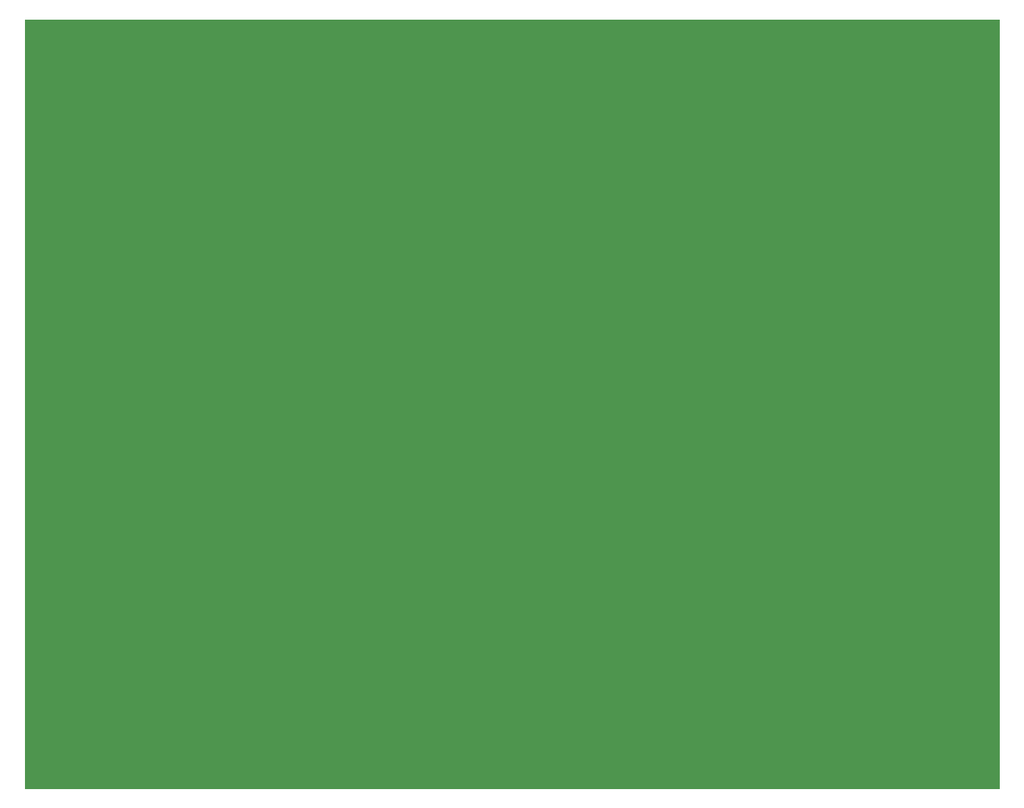
<source format=gbr>
%TF.GenerationSoftware,KiCad,Pcbnew,5.1.9-73d0e3b20d~88~ubuntu20.04.1*%
%TF.CreationDate,2021-04-15T11:19:29-07:00*%
%TF.ProjectId,frame_50x75,6672616d-655f-4353-9078-37352e6b6963,2*%
%TF.SameCoordinates,Original*%
%TF.FileFunction,Soldermask,Bot*%
%TF.FilePolarity,Negative*%
%FSLAX46Y46*%
G04 Gerber Fmt 4.6, Leading zero omitted, Abs format (unit mm)*
G04 Created by KiCad (PCBNEW 5.1.9-73d0e3b20d~88~ubuntu20.04.1) date 2021-04-15 11:19:29*
%MOMM*%
%LPD*%
G01*
G04 APERTURE LIST*
%ADD10C,0.100000*%
%ADD11C,2.500000*%
G04 APERTURE END LIST*
D10*
G36*
X238000000Y-136000000D02*
G01*
X129000000Y-136000000D01*
X129000000Y-50000000D01*
X238000000Y-50000000D01*
X238000000Y-136000000D01*
G37*
X238000000Y-136000000D02*
X129000000Y-136000000D01*
X129000000Y-50000000D01*
X238000000Y-50000000D01*
X238000000Y-136000000D01*
D11*
%TO.C,REF\u002A\u002A*%
X231900000Y-119650000D03*
%TD*%
%TO.C,REF\u002A\u002A*%
X141910000Y-119650000D03*
%TD*%
%TO.C,REF\u002A\u002A*%
X231900000Y-55650000D03*
%TD*%
%TO.C,REF\u002A\u002A*%
X141900000Y-55650000D03*
%TD*%
M02*

</source>
